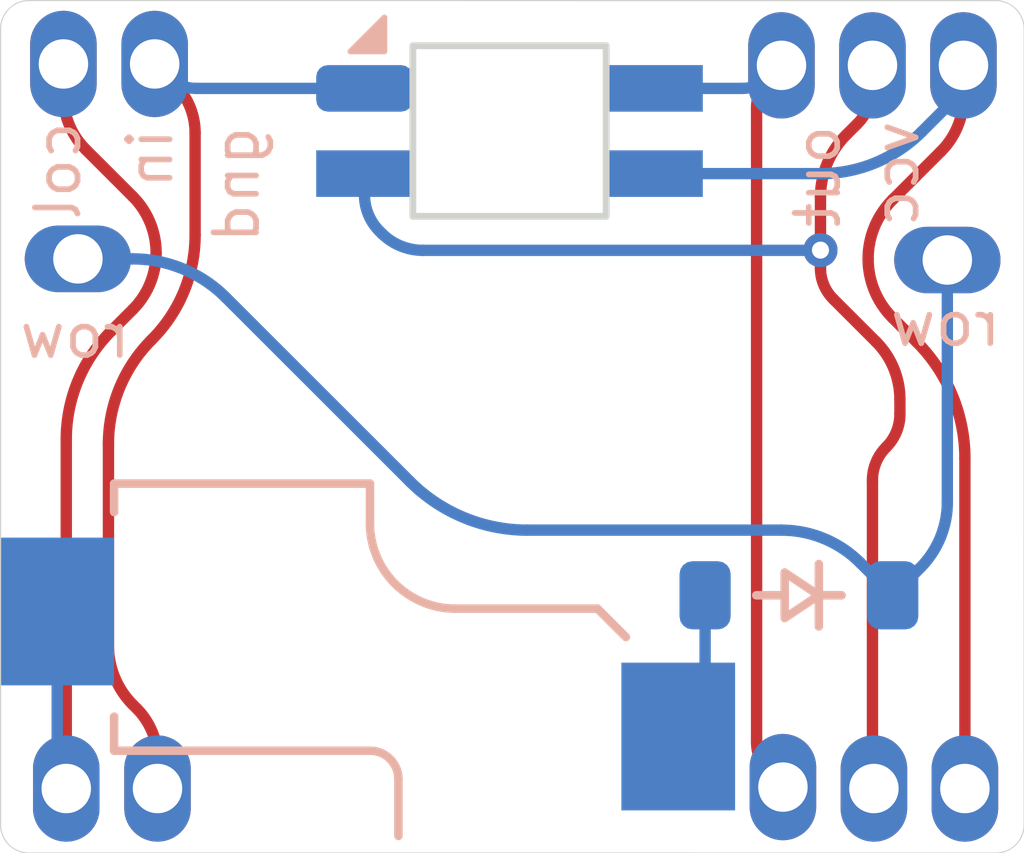
<source format=kicad_pcb>
(kicad_pcb (version 20240108) (generator "pcbnew") (generator_version "8.0")
  (layers (0 "F.Cu" signal) (31 "B.Cu" signal) (34 "B.Paste" user) (35 "F.Paste" user) (36 "B.SilkS" user "B.Silkscreen") (37 "F.SilkS" user "F.Silkscreen") (38 "B.Mask" user) (39 "F.Mask" user) (44 "Edge.Cuts" user))
  (net 0 "")
  (net 1 "GND")
  (net 2 "Net-(D1-A)")
  (net 3 "ROW")
  (net 4 "VSS")
  (net 5 "COL")
  (net 6 "OUT")
  (net 7 "IN")
  (footprint "keyswitches:Kailh_socket_PG1350" (layer "F.Cu") (at 88.3797 139.7435)
    (property "Reference" "S1" (hide yes))
    (property "Value" "Keyswitch" (hide yes))
    (fp_line (start -7 1.5) (end -7 2) (stroke (width 0.15)) (layer "B.SilkS"))
    (fp_line (start -7 5.6) (end -7 6.2) (stroke (width 0.15)) (layer "B.SilkS"))
    (fp_line (start -7 6.2) (end -2.5 6.2) (stroke (width 0.15)) (layer "B.SilkS"))
    (fp_line (start -2.5 1.5) (end -7 1.5) (stroke (width 0.15)) (layer "B.SilkS"))
    (fp_line (start -2.5 2.2) (end -2.5 1.5) (stroke (width 0.15)) (layer "B.SilkS"))
    (fp_line (start -2 6.7) (end -2 7.7) (stroke (width 0.15)) (layer "B.SilkS"))
    (fp_line (start 1.5 3.7) (end -1 3.7) (stroke (width 0.15)) (layer "B.SilkS"))
    (fp_line (start 2 4.2) (end 1.5 3.7) (stroke (width 0.15)) (layer "B.SilkS"))
    (fp_arc (start -2.5 6.2) (mid -2.146447 6.346447) (end -2 6.7) (stroke (width 0.15)) (layer "B.SilkS"))
    (fp_arc (start -1 3.7) (mid -2.06066 3.26066) (end -2.5 2.2) (stroke (width 0.15)) (layer "B.SilkS"))
    (pad "" np_thru_hole circle (at -5.5 0) (size 1.7018 1.7018) (drill 1.7018) (layers "*.Mask" "F.Cu" "In1.Cu" "In2.Cu" "B.Cu"))
    (pad "" np_thru_hole circle (at -5 3.75) (size 3 3) (drill 3) (layers "*.Mask" "F.Cu" "In1.Cu" "In2.Cu" "B.Cu"))
    (pad "" np_thru_hole circle (at 0 0) (size 3.429 3.429) (drill 3.429) (layers "*.Mask" "F.Cu" "In1.Cu" "In2.Cu" "B.Cu"))
    (pad "" np_thru_hole circle (at 0 5.95) (size 3 3) (drill 3) (layers "*.Mask" "F.Cu" "In1.Cu" "In2.Cu" "B.Cu"))
    (pad "" np_thru_hole circle (at 5.5 0) (size 1.7018 1.7018) (drill 1.7018) (layers "*.Mask" "F.Cu" "In1.Cu" "In2.Cu" "B.Cu"))
    (pad "1" smd rect (at -8.001 3.75) (size 2 2.6) (layers "B.Cu" "B.Paste" "B.Mask") (net 5 "COL"))
    (pad "2" smd rect (at 2.921 5.95) (size 2 2.6) (layers "B.Cu" "B.Paste" "B.Mask") (net 2 "Net-(D1-A)"))
  )
  (footprint "" (layer "F.Cu") (at 82.0928 133.858492 90)
    (property "Reference" "" (at 0 0 90) (layer "F.SilkS") (effects (font (size 1.27 1.27))))
    (property "Value" "")
    (pad "" thru_hole oval (at 0 0 180) (size 1.17 1.87) (drill 0.87) (layers "*.Cu" "*.Mask") (net 1 "GND"))
  )
  (footprint "" (layer "F.Cu") (at 80.743337 137.288492 180)
    (property "Reference" "" (at 0 0 0) (layer "F.SilkS") (effects (font (size 1.27 1.27))))
    (property "Value" "")
    (pad "" thru_hole oval (at 0 0 270) (size 1.17 1.87) (drill 0.87) (layers "*.Cu" "*.Mask") (net 3 "ROW"))
  )
  (footprint "" (layer "F.Cu") (at 96.3168 133.8834)
    (property "Reference" "" (at 0 0 0) (layer "F.SilkS") (effects (font (size 1.27 1.27))))
    (property "Value" "")
    (pad "" thru_hole oval (at 0 0 180) (size 1.17 1.87) (drill 0.87) (layers "*.Cu" "*.Mask") (net 4 "VSS"))
  )
  (footprint "" (layer "F.Cu") (at 80.488337 133.858492)
    (property "Reference" "" (at 0 0 0) (layer "F.SilkS") (effects (font (size 1.27 1.27))))
    (property "Value" "")
    (pad "" thru_hole oval (at 0 0 180) (size 1.17 1.87) (drill 0.87) (layers "*.Cu" "*.Mask") (net 5 "COL"))
  )
  (footprint "" (layer "F.Cu") (at 94.742 146.6088)
    (property "Reference" "" (at 0 0 0) (layer "F.SilkS") (effects (font (size 1.27 1.27))))
    (property "Value" "")
    (pad "" thru_hole oval (at 0 0 180) (size 1.17 1.87) (drill 0.87) (layers "*.Cu" "*.Mask") (net 7 "IN"))
  )
  (footprint "" (layer "F.Cu") (at 82.1428 146.608492 90)
    (property "Reference" "" (at 0 0 90) (layer "F.SilkS") (effects (font (size 1.27 1.27))))
    (property "Value" "")
    (pad "" thru_hole oval (at 0 0 180) (size 1.17 1.87) (drill 0.87) (layers "*.Cu" "*.Mask") (net 1 "GND"))
  )
  (footprint "" (layer "F.Cu") (at 93.1418 146.5834)
    (property "Reference" "" (at 0 0 0) (layer "F.SilkS") (effects (font (size 1.27 1.27))))
    (property "Value" "")
    (pad "" thru_hole oval (at 0 0 180) (size 1.17 1.87) (drill 0.87) (layers "*.Cu" "*.Mask") (net 6 "OUT"))
  )
  (footprint "" (layer "F.Cu") (at 80.538337 146.608492)
    (property "Reference" "" (at 0 0 0) (layer "F.SilkS") (effects (font (size 1.27 1.27))))
    (property "Value" "")
    (pad "" thru_hole oval (at 0 0 180) (size 1.17 1.87) (drill 0.87) (layers "*.Cu" "*.Mask") (net 5 "COL"))
  )
  (footprint "" (layer "F.Cu") (at 96.033337 137.308492 180)
    (property "Reference" "" (at 0 0 0) (layer "F.SilkS") (effects (font (size 1.27 1.27))))
    (property "Value" "")
    (pad "" thru_hole oval (at 0 0 270) (size 1.17 1.87) (drill 0.87) (layers "*.Cu" "*.Mask") (net 3 "ROW"))
  )
  (footprint "" (layer "F.Cu") (at 93.1164 133.8834)
    (property "Reference" "" (at 0 0 0) (layer "F.SilkS") (effects (font (size 1.27 1.27))))
    (property "Value" "")
    (pad "" thru_hole oval (at 0 0 180) (size 1.17 1.87) (drill 0.87) (layers "*.Cu" "*.Mask") (net 6 "OUT"))
  )
  (footprint "" (layer "F.Cu") (at 96.3422 146.6088)
    (property "Reference" "" (at 0 0 0) (layer "F.SilkS") (effects (font (size 1.27 1.27))))
    (property "Value" "")
    (pad "" thru_hole oval (at 0 0 180) (size 1.17 1.87) (drill 0.87) (layers "*.Cu" "*.Mask") (net 4 "VSS"))
  )
  (footprint "ScottoKeebs_Components:LED_SK6812MINI" (layer "F.Cu") (at 88.333337 135.038492)
    (property "Reference" "D2" (hide yes))
    (property "Value" "LED_SK6812MINI" (hide yes))
    (fp_poly (pts (xy -2.8 -1.4) (xy -2.2 -1.4) (xy -2.2 -2)) (stroke (width 0.1)) (fill solid) (layer "B.SilkS"))
    (fp_line (start -1.7 -1.5) (end -1.7 1.5) (stroke (width 0.12)) (layer "Edge.Cuts"))
    (fp_line (start -1.7 1.5) (end 1.7 1.5) (stroke (width 0.12)) (layer "Edge.Cuts"))
    (fp_line (start 1.7 -1.5) (end -1.7 -1.5) (stroke (width 0.12)) (layer "Edge.Cuts"))
    (fp_line (start 1.7 1.5) (end 1.7 -1.5) (stroke (width 0.12)) (layer "Edge.Cuts"))
    (pad "1" smd rect (at 2.55 0.75) (size 1.7 0.82) (layers "B.Cu" "B.Paste" "B.Mask") (net 4 "VSS"))
    (pad "2" smd rect (at 2.55 -0.75) (size 1.7 0.82) (layers "B.Cu" "B.Paste" "B.Mask") (net 6 "OUT"))
    (pad "3" smd roundrect (at -2.55 -0.75) (size 1.7 0.82) (layers "B.Cu" "B.Paste" "B.Mask") (net 1 "GND"))
    (pad "4" smd rect (at -2.55 0.75) (size 1.7 0.82) (layers "B.Cu" "B.Paste" "B.Mask") (net 7 "IN"))
  )
  (footprint "" (layer "F.Cu") (at 94.7166 133.8834)
    (property "Reference" "" (at 0 0 0) (layer "F.SilkS") (effects (font (size 1.27 1.27))))
    (property "Value" "")
    (pad "" thru_hole oval (at 0 0 180) (size 1.17 1.87) (drill 0.87) (layers "*.Cu" "*.Mask") (net 7 "IN"))
  )
  (footprint "ScottoKeebs_Components:Diode_SOD-123" (layer "B.Cu") (at 93.423337 143.208492 180)
    (property "Reference" "D1" (hide yes))
    (property "Value" "Diode" (hide yes))
    (fp_line (start 0.75 0) (end 0.25 0) (stroke (width 0.15)) (layer "B.SilkS"))
    (fp_line (start 0.25 0.4) (end -0.35 0) (stroke (width 0.15)) (layer "B.SilkS"))
    (fp_line (start 0.25 -0.4) (end 0.25 0.4) (stroke (width 0.15)) (layer "B.SilkS"))
    (fp_line (start -0.35 0.55) (end -0.35 0) (stroke (width 0.15)) (layer "B.SilkS"))
    (fp_line (start -0.35 0) (end 0.25 -0.4) (stroke (width 0.15)) (layer "B.SilkS"))
    (fp_line (start -0.35 0) (end -0.75 0) (stroke (width 0.15)) (layer "B.SilkS"))
    (fp_line (start -0.35 -0.55) (end -0.35 0) (stroke (width 0.15)) (layer "B.SilkS"))
    (pad "1" smd roundrect (at -1.65 0 180) (size 0.9 1.2) (layers "B.Cu" "B.Paste" "B.Mask") (net 3 "ROW"))
    (pad "2" smd roundrect (at 1.65 0 180) (size 0.9 1.2) (layers "B.Cu" "B.Paste" "B.Mask") (net 2 "Net-(D1-A)"))
  )
  (gr_circle (center 88.3797 139.7435) (end 90.068769 139.551067) (stroke (width 0.02)) (fill none) (layer "Edge.Cuts"))
  (gr_arc (start 79.87694 147.743231) (mid 79.527287 147.594577) (end 79.382972 147.243086) (stroke (width 0.02)) (layer "Edge.Cuts"))
  (gr_line (start 79.382972 147.243086) (end 79.383432 133.243204) (stroke (width 0.02)) (layer "Edge.Cuts"))
  (gr_arc (start 96.888106 132.743775) (mid 97.238703 132.891822) (end 97.383434 133.243796) (stroke (width 0.02)) (layer "Edge.Cuts"))
  (gr_arc (start 79.383432 133.243204) (mid 79.529908 132.889689) (end 79.883432 132.743226) (stroke (width 0.02)) (layer "Edge.Cuts"))
  (gr_line (start 96.888106 132.743775) (end 79.883432 132.743226) (stroke (width 0.02)) (layer "Edge.Cuts"))
  (gr_line (start 96.883011 147.74378) (end 79.87694 147.743231) (stroke (width 0.02)) (layer "Edge.Cuts"))
  (gr_line (start 97.383434 133.243796) (end 97.382985 147.243839) (stroke (width 0.02)) (layer "Edge.Cuts"))
  (gr_arc (start 97.382985 147.243839) (mid 97.236591 147.597411) (end 96.883011 147.74378) (stroke (width 0.02)) (layer "Edge.Cuts"))
  (gr_text "in" (at 82.453337 134.938492 90) (layer "B.SilkS") (effects (font (size 0.75 0.75) (thickness 0.1)) (justify left bottom mirror)))
  (gr_text "row" (at 81.723337 139.078492 0) (layer "B.SilkS") (effects (font (size 0.75 0.75) (thickness 0.1)) (justify left bottom mirror)))
  (gr_text "out" (at 94.193337 134.878492 90) (layer "B.SilkS") (effects (font (size 0.75 0.75) (thickness 0.1)) (justify left bottom mirror)))
  (gr_text "col" (at 80.833337 134.818492 90) (layer "B.SilkS") (effects (font (size 0.75 0.75) (thickness 0.1)) (justify left bottom mirror)))
  (gr_text "vcc" (at 95.573337 134.798492 90) (layer "B.SilkS") (effects (font (size 0.75 0.75) (thickness 0.1)) (justify left bottom mirror)))
  (gr_text "row" (at 97.033337 138.868492 0) (layer "B.SilkS") (effects (font (size 0.75 0.75) (thickness 0.1)) (justify left bottom mirror)))
  (gr_text "gnd" (at 83.973337 134.898492 90) (layer "B.SilkS") (effects (font (size 0.75 0.75) (thickness 0.1)) (justify left bottom mirror)))
  (segment (start 81.774435 145.198235) (end 81.7114 145.1352) (width 0.2) (layer "F.Cu") (net 1))
  (segment (start 82.4484 134.214092) (end 82.0928 133.858492) (width 0.2) (layer "F.Cu") (net 1))
  (segment (start 82.1428 146.087546) (end 82.1428 146.608492) (width 0.2) (layer "F.Cu") (net 1))
  (segment (start 81.28 140.54903) (end 81.28 144.093708) (width 0.2) (layer "F.Cu") (net 1))
  (segment (start 82.804 136.869769) (end 82.804 135.072586) (width 0.2) (layer "F.Cu") (net 1))
  (arc (start 81.774435 145.198235) (mid 82.047065 145.606254) (end 82.1428 146.087546) (width 0.2) (layer "F.Cu") (net 1))
  (arc (start 82.804 136.869769) (mid 82.605962 137.86537) (end 82.042 138.7094) (width 0.2) (layer "F.Cu") (net 1))
  (arc (start 82.4484 134.214092) (mid 82.711582 134.607972) (end 82.804 135.072586) (width 0.2) (layer "F.Cu") (net 1))
  (arc (start 82.042 138.7094) (mid 81.478037 139.553429) (end 81.28 140.54903) (width 0.2) (layer "F.Cu") (net 1))
  (arc (start 81.28 144.093708) (mid 81.392117 144.657359) (end 81.7114 145.1352) (width 0.2) (layer "F.Cu") (net 1))
  (segment (start 82.826855 134.288492) (end 85.783337 134.288492) (width 0.2) (layer "B.Cu") (net 1))
  (segment (start 82.3078 134.073492) (end 82.0928 133.858492) (width 0.2) (layer "B.Cu") (net 1))
  (arc (start 82.3078 134.073492) (mid 82.545944 134.232615) (end 82.826855 134.288492) (width 0.2) (layer "B.Cu") (net 1))
  (segment (start 91.773337 144.886658) (end 91.773337 143.208492) (width 0.2) (layer "B.Cu") (net 2))
  (segment (start 91.537018 145.457181) (end 91.3007 145.6935) (width 0.2) (layer "B.Cu") (net 2))
  (arc (start 91.773337 144.886658) (mid 91.711919 145.195422) (end 91.537018 145.457181) (width 0.2) (layer "B.Cu") (net 2))
  (segment (start 95.073337 143.208492) (end 95.553337 142.728492) (width 0.2) (layer "B.Cu") (net 3))
  (segment (start 93.116494 142.0622) (end 88.64662 142.0622) (width 0.2) (layer "B.Cu") (net 3))
  (segment (start 86.583828 141.207764) (end 83.343809 137.967745) (width 0.2) (layer "B.Cu") (net 3))
  (segment (start 81.703946 137.288492) (end 80.743337 137.288492) (width 0.2) (layer "B.Cu") (net 3))
  (segment (start 96.023337 137.298492) (end 96.013337 137.288492) (width 0.2) (layer "B.Cu") (net 3))
  (segment (start 96.033337 137.322634) (end 96.033337 141.569669) (width 0.2) (layer "B.Cu") (net 3))
  (segment (start 94.500191 142.635346) (end 95.073337 143.208492) (width 0.2) (layer "B.Cu") (net 3))
  (arc (start 86.583828 141.207764) (mid 87.530245 141.840139) (end 88.64662 142.0622) (width 0.2) (layer "B.Cu") (net 3))
  (arc (start 83.343809 137.967745) (mid 82.591433 137.465024) (end 81.703946 137.288492) (width 0.2) (layer "B.Cu") (net 3))
  (arc (start 96.023337 137.298492) (mid 96.030738 137.309568) (end 96.033337 137.322634) (width 0.2) (layer "B.Cu") (net 3))
  (arc (start 96.033337 141.569669) (mid 95.908589 142.196819) (end 95.553337 142.728492) (width 0.2) (layer "B.Cu") (net 3))
  (arc (start 94.500191 142.635346) (mid 93.865345 142.211155) (end 93.116494 142.0622) (width 0.2) (layer "B.Cu") (net 3))
  (segment (start 95.071452 136.246347) (end 95.921668 135.396131) (width 0.2) (layer "F.Cu") (net 4))
  (segment (start 96.3422 140.801754) (end 96.3422 146.6088) (width 0.2) (layer "F.Cu") (net 4))
  (segment (start 96.3168 134.4422) (end 96.3168 133.8834) (width 0.2) (layer "F.Cu") (net 4))
  (segment (start 95.4913 138.7475) (end 95.071452 138.327652) (width 0.2) (layer "F.Cu") (net 4))
  (arc (start 96.3168 134.4422) (mid 96.214108 134.958463) (end 95.921668 135.396131) (width 0.2) (layer "F.Cu") (net 4))
  (arc (start 95.4913 138.7475) (mid 96.121058 139.689999) (end 96.3422 140.801754) (width 0.2) (layer "F.Cu") (net 4))
  (arc (start 94.6404 137.287) (mid 94.752426 137.850196) (end 95.071452 138.327652) (width 0.2) (layer "F.Cu") (net 4))
  (arc (start 95.071452 136.246347) (mid 94.752426 136.723802) (end 94.6404 137.287) (width 0.2) (layer "F.Cu") (net 4))
  (segment (start 95.581753 135.053445) (end 96.163004 134.472195) (width 0.2) (layer "B.Cu") (net 4))
  (segment (start 93.807195 135.788492) (end 90.883337 135.788492) (width 0.2) (layer "B.Cu") (net 4))
  (segment (start 96.3168 134.1009) (end 96.3168 133.8834) (width 0.2) (layer "B.Cu") (net 4))
  (arc (start 96.3168 134.1009) (mid 96.276829 134.301843) (end 96.163004 134.472195) (width 0.2) (layer "B.Cu") (net 4))
  (arc (start 95.581753 135.053445) (mid 94.767579 135.597459) (end 93.807195 135.788492) (width 0.2) (layer "B.Cu") (net 4))
  (segment (start 80.488337 134.414914) (end 80.488337 133.858492) (width 0.2) (layer "F.Cu") (net 5))
  (segment (start 80.538337 140.466594) (end 80.538337 146.608492) (width 0.2) (layer "F.Cu") (net 5))
  (segment (start 81.328268 138.559531) (end 81.705108 138.182691) (width 0.2) (layer "F.Cu") (net 5))
  (segment (start 81.705108 136.188108) (end 80.881787 135.364787) (width 0.2) (layer "F.Cu") (net 5))
  (arc (start 82.1182 137.1854) (mid 82.01084 137.72513) (end 81.705108 138.182691) (width 0.2) (layer "F.Cu") (net 5))
  (arc (start 81.328268 138.559531) (mid 80.743633 139.434499) (end 80.538337 140.466594) (width 0.2) (layer "F.Cu") (net 5))
  (arc (start 81.705108 136.188108) (mid 82.01084 136.645669) (end 82.1182 137.1854) (width 0.2) (layer "F.Cu") (net 5))
  (arc (start 80.488337 134.414914) (mid 80.590591 134.928981) (end 80.881787 135.364787) (width 0.2) (layer "F.Cu") (net 5))
  (segment (start 80.458518 146.528673) (end 80.538337 146.608492) (width 0.2) (layer "B.Cu") (net 5))
  (segment (start 80.3787 146.335974) (end 80.3787 143.4935) (width 0.2) (layer "B.Cu") (net 5))
  (arc (start 80.3787 146.335974) (mid 80.399444 146.440262) (end 80.458518 146.528673) (width 0.2) (layer "B.Cu") (net 5))
  (segment (start 92.6788 134.630429) (end 92.6788 145.793009) (width 0.2) (layer "F.Cu") (net 6))
  (segment (start 92.9103 146.3519) (end 93.1418 146.5834) (width 0.2) (layer "F.Cu") (net 6))
  (segment (start 92.8976 134.1022) (end 93.1164 133.8834) (width 0.2) (layer "F.Cu") (net 6))
  (arc (start 92.8976 134.1022) (mid 92.735664 134.344553) (end 92.6788 134.630429) (width 0.2) (layer "F.Cu") (net 6))
  (arc (start 92.6788 145.793009) (mid 92.738964 146.095478) (end 92.9103 146.3519) (width 0.2) (layer "F.Cu") (net 6))
  (segment (start 92.424864 134.288492) (end 90.883337 134.288492) (width 0.2) (layer "B.Cu") (net 6))
  (segment (start 92.913854 134.085946) (end 93.1164 133.8834) (width 0.2) (layer "B.Cu") (net 6))
  (arc (start 92.913854 134.085946) (mid 92.689503 134.235852) (end 92.424864 134.288492) (width 0.2) (layer "B.Cu") (net 6))
  (segment (start 94.259399 135.102599) (end 94.447192 134.914807) (width 0.2) (layer "F.Cu") (net 7))
  (segment (start 95.1992 140.01915) (end 95.1992 139.7635) (width 0.2) (layer "F.Cu") (net 7))
  (segment (start 94.7166 134.2644) (end 94.7166 133.8834) (width 0.2) (layer "F.Cu") (net 7))
  (segment (start 94.7547 146.5961) (end 95.123 146.2278) (width 0.2) (layer "F.Cu") (net 7))
  (segment (start 94.7166 146.565439) (end 94.7166 141.184249) (width 0.2) (layer "F.Cu") (net 7))
  (segment (start 93.8022 136.206378) (end 93.8022 137.1346) (width 0.2) (layer "F.Cu") (net 7))
  (segment (start 94.026706 137.994106) (end 94.777127 138.744527) (width 0.2) (layer "F.Cu") (net 7))
  (segment (start 93.8022 137.4521) (end 93.8022 137.1346) (width 0.2) (layer "F.Cu") (net 7))
  (via (at 93.8022 137.1346) (size 0.6) (drill 0.3) (layers "F.Cu" "B.Cu") (net 7))
  (arc (start 94.7166 134.2644) (mid 94.646583 134.616397) (end 94.447192 134.914807) (width 0.2) (layer "F.Cu") (net 7))
  (arc (start 94.7166 146.565439) (mid 94.7199 146.582032) (end 94.7293 146.5961) (width 0.2) (layer "F.Cu") (net 7))
  (arc (start 94.9579 140.6017) (mid 94.779311 140.868975) (end 94.7166 141.184249) (width 0.2) (layer "F.Cu") (net 7))
  (arc (start 94.7293 146.5961) (mid 94.742 146.60136) (end 94.7547 146.5961) (width 0.2) (layer "F.Cu") (net 7))
  (arc (start 93.8022 137.4521) (mid 93.860547 137.745431) (end 94.026706 137.994106) (width 0.2) (layer "F.Cu") (net 7))
  (arc (start 94.259399 135.102599) (mid 93.921022 135.609017) (end 93.8022 136.206378) (width 0.2) (layer "F.Cu") (net 7))
  (arc (start 94.777127 138.744527) (mid 95.089506 139.212036) (end 95.1992 139.7635) (width 0.2) (layer "F.Cu") (net 7))
  (arc (start 95.1992 140.01915) (mid 95.136488 140.334423) (end 94.9579 140.6017) (width 0.2) (layer "F.Cu") (net 7))
  (segment (start 86.047981 136.801664) (end 86.084073 136.837756) (width 0.2) (layer "B.Cu") (net 7))
  (segment (start 93.8022 137.1346) (end 93.800254 137.136546) (width 0.2) (layer "B.Cu") (net 7))
  (segment (start 85.783337 136.162756) (end 85.783337 135.788492) (width 0.2) (layer "B.Cu") (net 7))
  (segment (start 93.795555 137.138492) (end 86.810113 137.138492) (width 0.2) (layer "B.Cu") (net 7))
  (arc (start 93.800254 137.136546) (mid 93.798098 137.137986) (end 93.795555 137.138492) (width 0.2) (layer "B.Cu") (net 7))
  (arc (start 86.084073 136.837756) (mid 86.417183 137.060333) (end 86.810113 137.138492) (width 0.2) (layer "B.Cu") (net 7))
  (arc (start 85.783337 136.162756) (mid 85.852115 136.50853) (end 86.047981 136.801664) (width 0.2) (layer "B.Cu") (net 7))
)
</source>
